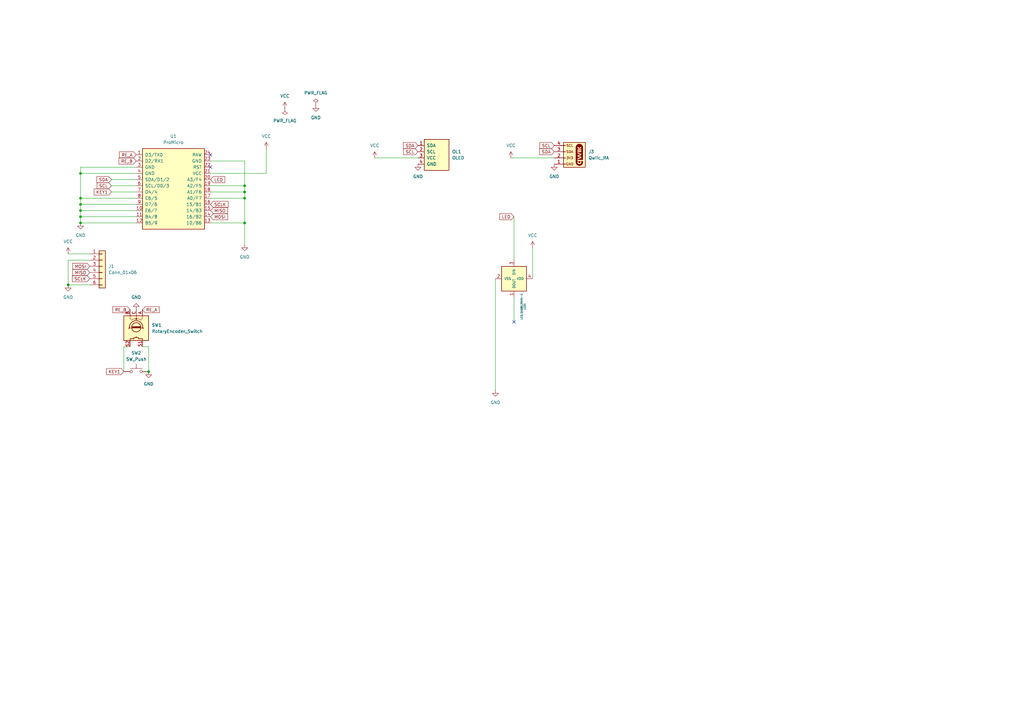
<source format=kicad_sch>
(kicad_sch (version 20250114) (generator "eeschema") (generator_version "9.0")
  (paper "A3")
  (lib_symbols
    (symbol "BrownSugar_KBD:OLED" (pin_names (offset 1.016))
      (property "Reference" "OL" (at 0 7.62 0))
      (property "Value" "OLED" (at 0 -7.62 0))
      (symbol "OLED_0_1"
        (rectangle (start -5.08 6.35) (end 5.08 -6.35) (stroke (width 0.254)) (fill (type background)))
      )
      (symbol "OLED_1_1"
        (pin bidirectional line (at -7.62 3.81 0) (length 2.54) (name "SDA") (number "1"))
        (pin bidirectional line (at -7.62 1.27 0) (length 2.54) (name "SCL") (number "2"))
        (pin power_in line (at -7.62 -1.27 0) (length 2.54) (name "VCC") (number "3"))
        (pin power_in line (at -7.62 -3.81 0) (length 2.54) (name "GND") (number "4"))
      )
    )
    (symbol "BrownSugar_KBD:ProMicro" (pin_names (offset 1.016))
      (property "Reference" "U" (at 0 17.78 0))
      (property "Value" "ProMicro" (at 0 -17.78 0))
      (symbol "ProMicro_0_1"
        (rectangle (start -12.7 16.51) (end 12.7 -16.51) (stroke (width 0.254)) (fill (type background)))
      )
      (symbol "ProMicro_1_1"
        (pin bidirectional line (at -15.24 13.97 0) (length 2.54) (name "D3/TX0") (number "1"))
        (pin bidirectional line (at -15.24 11.43 0) (length 2.54) (name "D2/RX1") (number "2"))
        (pin power_in line (at -15.24 8.89 0) (length 2.54) (name "GND") (number "3"))
        (pin power_in line (at -15.24 6.35 0) (length 2.54) (name "GND") (number "4"))
        (pin bidirectional line (at -15.24 3.81 0) (length 2.54) (name "SDA/D1/2") (number "5"))
        (pin bidirectional line (at -15.24 1.27 0) (length 2.54) (name "SCL/D0/3") (number "6"))
        (pin bidirectional line (at -15.24 -1.27 0) (length 2.54) (name "D4/4") (number "7"))
        (pin bidirectional line (at -15.24 -3.81 0) (length 2.54) (name "C6/5") (number "8"))
        (pin bidirectional line (at -15.24 -6.35 0) (length 2.54) (name "D7/6") (number "9"))
        (pin bidirectional line (at -15.24 -8.89 0) (length 2.54) (name "E6/7") (number "10"))
        (pin bidirectional line (at -15.24 -11.43 0) (length 2.54) (name "B4/8") (number "11"))
        (pin bidirectional line (at -15.24 -13.97 0) (length 2.54) (name "B5/9") (number "12"))
        (pin power_in line (at 15.24 13.97 180) (length 2.54) (name "RAW") (number "24"))
        (pin power_in line (at 15.24 11.43 180) (length 2.54) (name "GND") (number "23"))
        (pin input line (at 15.24 8.89 180) (length 2.54) (name "RST") (number "22"))
        (pin power_in line (at 15.24 6.35 180) (length 2.54) (name "VCC") (number "21"))
        (pin bidirectional line (at 15.24 3.81 180) (length 2.54) (name "A3/F4") (number "20"))
        (pin bidirectional line (at 15.24 1.27 180) (length 2.54) (name "A2/F5") (number "19"))
        (pin bidirectional line (at 15.24 -1.27 180) (length 2.54) (name "A1/F6") (number "18"))
        (pin bidirectional line (at 15.24 -3.81 180) (length 2.54) (name "A0/F7") (number "17"))
        (pin bidirectional line (at 15.24 -6.35 180) (length 2.54) (name "15/B1") (number "16"))
        (pin bidirectional line (at 15.24 -8.89 180) (length 2.54) (name "14/B3") (number "15"))
        (pin bidirectional line (at 15.24 -11.43 180) (length 2.54) (name "16/B2") (number "14"))
        (pin bidirectional line (at 15.24 -13.97 180) (length 2.54) (name "10/B6") (number "13"))
      )
    )
    (symbol "Connector_Generic:Conn_01x06" (pin_names (offset 1.016) (hide yes))
      (property "Reference" "J" (at 0 7.62 0))
      (property "Value" "Conn_01x06" (at 0 -10.16 0))
      (symbol "Conn_01x06_1_1"
        (rectangle (start -1.27 6.35) (end 1.27 -8.89) (stroke (width 0.254)) (fill (type background)))
        (rectangle (start -1.27 5.207) (end 0 4.953) (stroke (width 0.1524)))
        (rectangle (start -1.27 2.667) (end 0 2.413) (stroke (width 0.1524)))
        (rectangle (start -1.27 0.127) (end 0 -0.127) (stroke (width 0.1524)))
        (rectangle (start -1.27 -2.413) (end 0 -2.667) (stroke (width 0.1524)))
        (rectangle (start -1.27 -4.953) (end 0 -5.207) (stroke (width 0.1524)))
        (rectangle (start -1.27 -7.493) (end 0 -7.747) (stroke (width 0.1524)))
        (pin passive line (at -5.08 5.08 0) (length 3.81) (name "Pin_1") (number "1"))
        (pin passive line (at -5.08 2.54 0) (length 3.81) (name "Pin_2") (number "2"))
        (pin passive line (at -5.08 0 0) (length 3.81) (name "Pin_3") (number "3"))
        (pin passive line (at -5.08 -2.54 0) (length 3.81) (name "Pin_4") (number "4"))
        (pin passive line (at -5.08 -5.08 0) (length 3.81) (name "Pin_5") (number "5"))
        (pin passive line (at -5.08 -7.62 0) (length 3.81) (name "Pin_6") (number "6"))
      )
    )
    (symbol "Device:RotaryEncoder_Switch" (pin_names (offset 0.254) (hide yes))
      (property "Reference" "SW" (at 0 6.604 0))
      (property "Value" "RotaryEncoder_Switch" (at 0 -6.604 0))
      (symbol "RotaryEncoder_Switch_0_1"
        (rectangle (start -5.08 5.08) (end 5.08 -5.08) (stroke (width 0.254)) (fill (type background)))
        (polyline (pts (xy -5.08 2.54) (xy -3.81 2.54) (xy -3.81 2.032)))
        (polyline (pts (xy -5.08 0) (xy -3.81 0) (xy -3.81 -1.016) (xy -3.302 -2.032)))
        (polyline (pts (xy -5.08 -2.54) (xy -3.81 -2.54) (xy -3.81 -2.032)))
        (polyline (pts (xy -4.318 0) (xy -3.81 0) (xy -3.81 1.016) (xy -3.302 2.032)))
        (circle (center -3.81 0) (radius 0.254) (fill (type outline)))
        (polyline (pts (xy -0.635 -1.778) (xy -0.635 1.778)) (stroke (width 0.254)))
        (circle (center -0.381 0) (radius 1.905) (stroke (width 0.254)))
        (polyline (pts (xy -0.381 -1.778) (xy -0.381 1.778)) (stroke (width 0.254)))
        (arc (start -0.381 -2.794) (mid -3.0988 -0.0635) (end -0.381 2.667) (stroke (width 0.254)))
        (polyline (pts (xy -0.127 1.778) (xy -0.127 -1.778)) (stroke (width 0.254)))
        (polyline (pts (xy 0.254 2.921) (xy -0.508 2.667) (xy 0.127 2.286)) (stroke (width 0.254)))
        (polyline (pts (xy 0.254 -3.048) (xy -0.508 -2.794) (xy 0.127 -2.413)) (stroke (width 0.254)))
        (polyline (pts (xy 3.81 1.016) (xy 3.81 -1.016)) (stroke (width 0.254)))
        (polyline (pts (xy 3.81 0) (xy 3.429 0)) (stroke (width 0.254)))
        (circle (center 4.318 1.016) (radius 0.127) (stroke (width 0.254)))
        (circle (center 4.318 -1.016) (radius 0.127) (stroke (width 0.254)))
        (polyline (pts (xy 5.08 2.54) (xy 4.318 2.54) (xy 4.318 1.016)) (stroke (width 0.254)))
        (polyline (pts (xy 5.08 -2.54) (xy 4.318 -2.54) (xy 4.318 -1.016)) (stroke (width 0.254)))
      )
      (symbol "RotaryEncoder_Switch_1_1"
        (pin passive line (at -7.62 2.54 0) (length 2.54) (name "A") (number "A"))
        (pin passive line (at -7.62 0 0) (length 2.54) (name "C") (number "C"))
        (pin passive line (at -7.62 -2.54 0) (length 2.54) (name "B") (number "B"))
        (pin passive line (at 7.62 2.54 180) (length 2.54) (name "S1") (number "S1"))
        (pin passive line (at 7.62 -2.54 180) (length 2.54) (name "S2") (number "S2"))
      )
    )
    (symbol "Salicylic_kbd:LED_SK6812MINI-E" (pin_names (offset 1.016))
      (property "Reference" "LED" (at 5.08 -10.16 0))
      (property "Value" "LED_SK6812MINI-E" (at 8.89 -8.89 0))
      (symbol "LED_SK6812MINI-E_0_1"
        (rectangle (start -5.08 5.08) (end 5.08 -5.08) (stroke (width 0.254)) (fill (type background)))
      )
      (symbol "LED_SK6812MINI-E_1_1"
        (pin input line (at -7.62 0 0) (length 2.54) (name "DIN") (number "3"))
        (pin power_in line (at 0 7.62 270) (length 2.54) (name "VDD") (number "4"))
        (pin power_in line (at 0 -7.62 90) (length 2.54) (name "VSS") (number "2"))
        (pin output line (at 7.62 0 180) (length 2.54) (name "DOUT") (number "1"))
      )
    )
    (symbol "SparkFun-Connector:Qwiic_Right_Angle" (pin_names (offset 1.016) (hide yes))
      (property "Reference" "J" (at 0 5.08 0))
      (property "Value" "Qwiic_RA" (at 0 -7.62 0))
      (symbol "Qwiic_Right_Angle_0_0"
        (polyline (pts (xy 5.6514 -4.1459) (xy 5.6299 -4.0654) (xy 5.5924 -3.9985) (xy 5.5373 -3.9428) (xy 5.4632 -3.8962) (xy 5.4394 -3.8843) (xy 5.402 -3.8678) (xy 5.3681 -3.8578) (xy 5.3294 -3.8521) (xy 5.2774 -3.8485) (xy 5.2184 -3.8474) (xy 5.1227 -3.8564) (xy 5.0405 -3.8803) (xy 4.9695 -3.9199) (xy 4.9078 -3.9759) (xy 4.8937 -3.9923) (xy 4.8535 -4.0549) (xy 4.8308 -4.124) (xy 4.8237 -4.2048) (xy 4.8239 -4.222) (xy 4.8343 -4.3011) (xy 4.8608 -4.3692) (xy 4.9051 -4.4308) (xy 4.9328 -4.4589) (xy 5.0009 -4.509) (xy 5.0793 -4.5424) (xy 5.1699 -4.5595) (xy 5.2745 -4.5612) (xy 5.3262 -4.5564) (xy 5.4199 -4.5347) (xy 5.4992 -4.4971) (xy 5.5638 -4.444) (xy 5.6131 -4.3757) (xy 5.6467 -4.2926) (xy 5.65 -4.2788) (xy 5.656 -4.2325) (xy 5.6563 -4.1875) (xy 5.6514 -4.1459)) (stroke (width 0.01)) (fill (type outline)))
        (polyline (pts (xy 6.6693 -0.6791) (xy 6.666 1.9332) (xy 6.6418 2.0386) (xy 6.6301 2.0866) (xy 6.5791 2.2527) (xy 6.5141 2.404) (xy 6.4337 2.5432) (xy 6.3364 2.673) (xy 6.2208 2.7959) (xy 6.1699 2.8428) (xy 6.0305 2.9527) (xy 5.8839 3.0422) (xy 5.7295 3.1115) (xy 5.5668 3.1608) (xy 5.3953 3.1902) (xy 5.2146 3.1999) (xy 5.1695 3.1994) (xy 5.0056 3.1868) (xy 4.8507 3.1568) (xy 4.7006 3.1083) (xy 4.5508 3.0404) (xy 4.5104 3.0187) (xy 4.3609 2.9237) (xy 4.2262 2.8129) (xy 4.1067 2.6872) (xy 4.0032 2.5475) (xy 3.9162 2.3947) (xy 3.8466 2.2295) (xy 3.7947 2.0528) (xy 3.7931 2.0453) (xy 3.7912 2.0356) (xy 3.7895 2.0242) (xy 3.7879 2.0106) (xy 3.7864 1.9938) (xy 3.785 1.9733) (xy 3.7837 1.9481) (xy 3.7825 1.9176) (xy 3.7815 1.8811) (xy 3.7805 1.8377) (xy 3.7796 1.7868) (xy 3.7789 1.7275) (xy 3.7781 1.6592) (xy 3.7775 1.5811) (xy 3.777 1.4925) (xy 3.7765 1.3925) (xy 3.7761 1.2805) (xy 3.7757 1.1557) (xy 3.7754 1.0174) (xy 3.7751 0.8648) (xy 3.7749 0.6972) (xy 3.7748 0.5138) (xy 3.7746 0.3139) (xy 3.7745 0.0967) (xy 3.7745 -0.1385) (xy 3.7744 -0.3925) (xy 3.7744 -0.666) (xy 3.7744 -0.9597) (xy 3.7744 -1.2744) (xy 3.7744 -4.5147) (xy 3.8041 -4.6318) (xy 3.8237 -4.7026) (xy 3.8837 -4.868) (xy 3.9606 -5.0206) (xy 4.0556 -5.1623) (xy 4.1695 -5.2947) (xy 4.2945 -5.4115) (xy 4.4355 -5.5159) (xy 4.5859 -5.6007) (xy 4.7459 -5.6661) (xy 4.916 -5.7122) (xy 5.0965 -5.7394) (xy 5.2571 -5.7442) (xy 5.4226 -5.7293) (xy 5.5891 -5.6949) (xy 5.7533 -5.6416) (xy 5.8236 -5.6121) (xy 5.9729 -5.5329) (xy 6.1112 -5.4365) (xy 6.237 -5.3244) (xy 6.3494 -5.1984) (xy 6.4469 -5.0601) (xy 6.5284 -4.9112) (xy 6.5926 -4.7532) (xy 6.6384 -4.5879) (xy 6.6645 -4.4168) (xy 6.6652 -4.405) (xy 6.6664 -4.3703) (xy 6.6676 -4.3199) (xy 6.6687 -4.2572) (xy 6.6696 -4.1859) (xy 6.6703 -4.1097) (xy 6.6721 -3.846) (xy 6.2655 -3.846) (xy 5.8589 -3.846) (xy 5.9219 -3.9104) (xy 5.9349 -3.9241) (xy 6.0001 -4.0112) (xy 6.0471 -4.1097) (xy 6.0754 -4.2189) (xy 6.085 -4.338) (xy 6.0781 -4.4509) (xy 6.0523 -4.5755) (xy 6.0066 -4.6941) (xy 5.952 -4.7864) (xy 5.8765 -4.8752) (xy 5.7858 -4.9517) (xy 5.6826 -5.0132) (xy 5.6313 -5.0372) (xy 5.5644 -5.0638) (xy 5.4981 -5.0834) (xy 5.4249 -5.0981) (xy 5.3375 -5.1098) (xy 5.2452 -5.1158) (xy 5.122 -5.1113) (xy 5.0004 -5.0938) (xy 4.8864 -5.0641) (xy 4.7856 -5.0232) (xy 4.6831 -4.9619) (xy 4.5878 -4.8817) (xy 4.5089 -4.7878) (xy 4.4472 -4.6811) (xy 4.4036 -4.5627) (xy 4.4031 -4.5611) (xy 4.3912 -4.4987) (xy 4.3845 -4.4244) (xy 4.3831 -4.3446) (xy 4.3869 -4.2661) (xy 4.3957 -4.1956) (xy 4.4094 -4.1396) (xy 4.4322 -4.082) (xy 4.485 -3.9879) (xy 4.5552 -3.9031) (xy 4.6109 -3.846) (xy 4.5052 -3.846) (xy 4.3996 -3.846) (xy 4.3996 -3.5687) (xy 4.3996 -3.2914) (xy 4.405 -3.2914) (xy 4.405 -3.2023) (xy 4.4021 -2.9296) (xy 4.4018 -2.8964) (xy 4.4015 -2.8076) (xy 4.4023 -2.7393) (xy 4.4041 -2.6908) (xy 4.407 -2.6611) (xy 4.4111 -2.6495) (xy 4.4137 -2.6484) (xy 4.434 -2.6418) (xy 4.4723 -2.6298) (xy 4.5268 -2.6132) (xy 4.5954 -2.5924) (xy 4.6761 -2.5683) (xy 4.767 -2.5412) (xy 4.866 -2.5118) (xy 4.9713 -2.4808) (xy 5.0173 -2.4672) (xy 5.119 -2.4369) (xy 5.2131 -2.4086) (xy 5.2977 -2.3828) (xy 5.3709 -2.3601) (xy 5.4307 -2.3411) (xy 5.4753 -2.3264) (xy 5.5029 -2.3166) (xy 5.5114 -2.3123) (xy 5.505 -2.3098) (xy 5.4796 -2.3016) (xy 5.4371 -2.2885) (xy 5.3794 -2.2711) (xy 5.3088 -2.2502) (xy 5.2275 -2.2264) (xy 5.1375 -2.2002) (xy 5.0411 -2.1724) (xy 4.9851 -2.1562) (xy 4.8864 -2.1278) (xy 4.7926 -2.1007) (xy 4.7062 -2.0757) (xy 4.63 -2.0536) (xy 4.5666 -2.0351) (xy 4.5187 -2.0211) (xy 4.4891 -2.0123) (xy 4.3992 -1.9852) (xy 4.4021 -1.7229) (xy 4.405 -1.4606) (xy 4.5844 -1.4084) (xy 4.6163 -1.3992) (xy 4.7739 -1.3533) (xy 4.9121 -1.3131) (xy 5.0321 -1.278) (xy 5.1352 -1.2478) (xy 5.2224 -1.2221) (xy 5.2951 -1.2004) (xy 5.3545 -1.1824) (xy 5.4018 -1.1676) (xy 5.4382 -1.1558) (xy 5.465 -1.1465) (xy 5.4834 -1.1392) (xy 5.4945 -1.1338) (xy 5.4997 -1.1296) (xy 5.5001 -1.1264) (xy 5.497 -1.1238) (xy 5.4915 -1.1214) (xy 5.4896 -1.1207) (xy 5.4687 -1.114) (xy 5.4296 -1.1019) (xy 5.3743 -1.0851) (xy 5.3049 -1.0643) (xy 5.2237 -1.04) (xy 5.1326 -1.013) (xy 5.0339 -0.9838) (xy 4.9297 -0.9531) (xy 4.3996 -0.7973) (xy 4.3996 -0.533) (xy 4.3997 -0.479) (xy 4.4004 -0.4111) (xy 4.4015 -0.3532) (xy 4.4029 -0.3082) (xy 4.4047 -0.279) (xy 4.4066 -0.2687) (xy 4.409 -0.2694) (xy 4.4284 -0.2761) (xy 4.4661 -0.2895) (xy 4.5204 -0.309) (xy 4.5899 -0.3341) (xy 4.6729 -0.3642) (xy 4.7681 -0.3988) (xy 4.8737 -0.4372) (xy 4.9883 -0.479) (xy 5.1104 -0.5236) (xy 5.2384 -0.5703) (xy 6.0632 -0.872) (xy 6.0632 -0.1926) (xy 5.2314 -0.1926) (xy 4.3996 -0.1926) (xy 4.3996 0.0793) (xy 4.3996 0.3511) (xy 5.2314 0.3511) (xy 6.0632 0.3511) (xy 6.0632 0.4598) (xy 5.2314 0.4598) (xy 4.3996 0.4598) (xy 4.3996 0.7317) (xy 4.3996 1.0035) (xy 5.2314 1.0035) (xy 5.2368 1.0035) (xy 5.2368 1.1177) (xy 5.1465 1.1192) (xy 5.0667 1.1248) (xy 4.9975 1.1357) (xy 4.9332 1.1532) (xy 4.8683 1.1784) (xy 4.7971 1.2126) (xy 4.7662 1.2298) (xy 4.6808 1.2903) (xy 4.6008 1.3651) (xy 4.5314 1.4489) (xy 4.4781 1.5363) (xy 4.4686 1.5557) (xy 4.4306 1.6462) (xy 4.4052 1.7353) (xy 4.3905 1.8304) (xy 4.385 1.9386) (xy 4.3833 2.0745) (xy 4.6089 2.0775) (xy 4.8345 2.0804) (xy 4.8348 1.9959) (xy 4.8368 1.9483) (xy 4.8488 1.8858) (xy 4.8738 1.8316) (xy 4.9144 1.7788) (xy 4.9734 1.7289) (xy 5.0458 1.6921) (xy 5.1277 1.6689) (xy 5.215 1.6593) (xy 5.3038 1.6635) (xy 5.3902 1.6815) (xy 5.4702 1.7136) (xy 5.54 1.7597) (xy 5.5733 1.7923) (xy 5.6073 1.844) (xy 5.628 1.9066) (xy 5.6372 1.9843) (xy 5.6418 2.0804) (xy 5.8607 2.0775) (xy 6.0795 2.0745) (xy 6.0811 1.9712) (xy 6.0811 1.9207) (xy 6.0739 1.8134) (xy 6.0554 1.7157) (xy 6.024 1.6204) (xy 5.9781 1.5204) (xy 5.9341 1.4457) (xy 5.8571 1.3499) (xy 5.7651 1.2695) (xy 5.6591 1.2056) (xy 5.6251 1.1892) (xy 5.5646 1.1627) (xy 5.5097 1.1435) (xy 5.4549 1.1305) (xy 5.3948 1.1226) (xy 5.3239 1.1188) (xy 5.2368 1.1177) (xy 5.2368 1.0035) (xy 6.0632 1.0035) (xy 6.0632 0.7317) (xy 6.0632 0.4598) (xy 6.0632 0.3511) (xy 6.0632 0.0793) (xy 6.0632 -0.1926) (xy 6.0632 -0.872) (xy 6.0632 -1.1439) (xy 6.0632 -1.4158) (xy 5.552 -1.5728) (xy 5.5357 -1.5778) (xy 5.4361 -1.6086) (xy 5.3436 -1.6376) (xy 5.2603 -1.6641) (xy 5.1881 -1.6874) (xy 5.129 -1.707) (xy 5.0848 -1.7222) (xy 5.0575 -1.7324) (xy 5.0491 -1.7369) (xy 5.0493 -1.737) (xy 5.0624 -1.742) (xy 5.094 -1.7527) (xy 5.1423 -1.7684) (xy 5.2051 -1.7886) (xy 5.2803 -1.8124) (xy 5.3659 -1.8394) (xy 5.46 -1.8688) (xy 5.5603 -1.9) (xy 6.0632 -2.0559) (xy 6.063 -2.3284) (xy 6.0628 -2.601) (xy 5.2339 -2.9017) (xy 4.405 -3.2023) (xy 4.405 -3.2914) (xy 5.5361 -3.2914) (xy 6.6725 -3.2914) (xy 6.6693 -0.6791)) (stroke (width 0.01)) (fill (type outline)))
      )
      (symbol "Qwiic_Right_Angle_1_1"
        (rectangle (start -1.27 3.81) (end 7.62 -6.35) (stroke (width 0.254)) (fill (type background)))
        (rectangle (start -1.27 2.667) (end -0.508 2.413) (stroke (width 0.1524)))
        (rectangle (start -1.27 0.127) (end -0.508 -0.127) (stroke (width 0.1524)))
        (rectangle (start -1.27 -2.413) (end -0.508 -2.667) (stroke (width 0.1524)))
        (rectangle (start -1.27 -4.953) (end -0.508 -5.207) (stroke (width 0.1524)))
        (text "SCL" (at 1.27 2.54 0) (effects (font (size 1 1))))
        (text "SDA" (at 1.27 0 0) (effects (font (size 1 1))))
        (text "3V3" (at 1.27 -2.54 0) (effects (font (size 1 1))))
        (text "GND" (at 1.27 -5.08 0) (effects (font (size 1 1))))
        (pin passive line (at -5.08 2.54 0) (length 3.81) (name "Pin_4") (number "4"))
        (pin passive line (at -5.08 0 0) (length 3.81) (name "Pin_3") (number "3"))
        (pin passive line (at -5.08 -2.54 0) (length 3.81) (name "Pin_2") (number "2"))
        (pin passive line (at -5.08 -5.08 0) (length 3.81) (name "Pin_1") (number "1"))
        (pin no_connect line (at 5.08 3.81 270) (length 2.54) (hide yes) (name "NC") (number "NC1"))
        (pin no_connect line (at 6.35 3.81 270) (length 2.54) (hide yes) (name "NC") (number "NC2"))
      )
    )
    (symbol "Switch:SW_Push" (pin_numbers (hide yes)) (pin_names (offset 1.016) (hide yes))
      (property "Reference" "SW" (at 1.27 2.54 0))
      (property "Value" "SW_Push" (at 0 -1.524 0))
      (symbol "SW_Push_0_1"
        (circle (center -2.032 0) (radius 0.508))
        (polyline (pts (xy 0 1.27) (xy 0 3.048)))
        (circle (center 2.032 0) (radius 0.508))
        (polyline (pts (xy 2.54 1.27) (xy -2.54 1.27)))
        (pin passive line (at -5.08 0 0) (length 2.54) (name "1") (number "1"))
        (pin passive line (at 5.08 0 180) (length 2.54) (name "2") (number "2"))
      )
    )
    (symbol "power:GND" (power) (pin_numbers (hide yes)) (pin_names (offset 0) (hide yes))
      (property "Value" "GND" (at 0 -3.81 0))
      (symbol "GND_0_1"
        (polyline (pts (xy 0 0) (xy 0 -1.27) (xy 1.27 -1.27) (xy 0 -2.54) (xy -1.27 -1.27) (xy 0 -1.27)))
      )
      (symbol "GND_1_1"
        (pin power_in line (at 0 0 270) (length 0) (name "~") (number "1"))
      )
    )
    (symbol "power:PWR_FLAG" (power) (pin_numbers (hide yes)) (pin_names (offset 0) (hide yes))
      (property "Value" "PWR_FLAG" (at 0 3.81 0))
      (symbol "PWR_FLAG_0_0"
        (pin power_out line (at 0 0 90) (length 0) (name "~") (number "1"))
      )
      (symbol "PWR_FLAG_0_1"
        (polyline (pts (xy 0 0) (xy 0 1.27) (xy -1.016 1.905) (xy 0 2.54) (xy 1.016 1.905) (xy 0 1.27)))
      )
    )
    (symbol "power:VCC" (power) (pin_numbers (hide yes)) (pin_names (offset 0) (hide yes))
      (property "Value" "VCC" (at 0 3.556 0))
      (symbol "VCC_0_1"
        (polyline (pts (xy -0.762 1.27) (xy 0 2.54)))
        (polyline (pts (xy 0 2.54) (xy 0.762 1.27)))
        (polyline (pts (xy 0 0) (xy 0 2.54)))
      )
      (symbol "VCC_1_1"
        (pin power_in line (at 0 0 90) (length 0) (name "~") (number "1"))
      )
    )
  )
  (junction (at 33.02 81.28))
  (junction (at 33.02 71.12))
  (junction (at 100.33 76.2))
  (junction (at 60.96 152.4))
  (junction (at 33.02 86.36))
  (junction (at 33.02 91.44))
  (junction (at 27.94 116.84))
  (junction (at 33.02 88.9))
  (junction (at 100.33 91.44))
  (junction (at 33.02 83.82))
  (junction (at 100.33 81.28))
  (junction (at 100.33 78.74))
  (no_connect (at 210.82 132.08))
  (no_connect (at 86.36 63.5))
  (no_connect (at 86.36 68.58))
  (wire (pts (xy 86.36 78.74) (xy 100.33 78.74)))
  (wire (pts (xy 100.33 76.2) (xy 100.33 78.74)))
  (wire (pts (xy 33.02 71.12) (xy 33.02 81.28)))
  (wire (pts (xy 100.33 66.04) (xy 100.33 76.2)))
  (wire (pts (xy 27.94 104.14) (xy 36.83 104.14)))
  (wire (pts (xy 45.72 76.2) (xy 55.88 76.2)))
  (wire (pts (xy 86.36 66.04) (xy 100.33 66.04)))
  (wire (pts (xy 33.02 86.36) (xy 33.02 83.82)))
  (wire (pts (xy 33.02 71.12) (xy 55.88 71.12)))
  (wire (pts (xy 86.36 76.2) (xy 100.33 76.2)))
  (wire (pts (xy 33.02 88.9) (xy 33.02 86.36)))
  (wire (pts (xy 203.2 114.3) (xy 203.2 160.02)))
  (wire (pts (xy 33.02 81.28) (xy 55.88 81.28)))
  (wire (pts (xy 210.82 88.9) (xy 210.82 106.68)))
  (wire (pts (xy 50.8 152.4) (xy 50.8 142.24)))
  (wire (pts (xy 209.55 64.77) (xy 227.33 64.77)))
  (wire (pts (xy 60.96 142.24) (xy 60.96 152.4)))
  (wire (pts (xy 109.22 60.96) (xy 109.22 71.12)))
  (wire (pts (xy 218.44 101.6) (xy 218.44 114.3)))
  (wire (pts (xy 27.94 116.84) (xy 36.83 116.84)))
  (wire (pts (xy 27.94 106.68) (xy 27.94 116.84)))
  (wire (pts (xy 33.02 68.58) (xy 33.02 71.12)))
  (wire (pts (xy 33.02 88.9) (xy 55.88 88.9)))
  (wire (pts (xy 55.88 68.58) (xy 33.02 68.58)))
  (wire (pts (xy 45.72 78.74) (xy 55.88 78.74)))
  (wire (pts (xy 86.36 81.28) (xy 100.33 81.28)))
  (wire (pts (xy 153.67 64.77) (xy 171.45 64.77)))
  (wire (pts (xy 100.33 91.44) (xy 100.33 100.33)))
  (wire (pts (xy 58.42 142.24) (xy 60.96 142.24)))
  (wire (pts (xy 33.02 91.44) (xy 55.88 91.44)))
  (wire (pts (xy 100.33 78.74) (xy 100.33 81.28)))
  (wire (pts (xy 33.02 86.36) (xy 55.88 86.36)))
  (wire (pts (xy 36.83 106.68) (xy 27.94 106.68)))
  (wire (pts (xy 45.72 73.66) (xy 55.88 73.66)))
  (wire (pts (xy 86.36 91.44) (xy 100.33 91.44)))
  (wire (pts (xy 33.02 91.44) (xy 33.02 88.9)))
  (wire (pts (xy 33.02 83.82) (xy 55.88 83.82)))
  (wire (pts (xy 33.02 81.28) (xy 33.02 83.82)))
  (wire (pts (xy 210.82 121.92) (xy 210.82 132.08)))
  (wire (pts (xy 86.36 71.12) (xy 109.22 71.12)))
  (wire (pts (xy 100.33 81.28) (xy 100.33 91.44)))
  (wire (pts (xy 50.8 142.24) (xy 53.34 142.24)))
  (global_label "MOSI" (shape input) (at 36.83 109.22 180) (property "Intersheetrefs" "${INTERSHEET_REFS}" (effects (hide yes))))
  (global_label "RE_B" (shape input) (at 55.88 66.04 180) (property "Intersheetrefs" "${INTERSHEET_REFS}" (effects (hide yes))))
  (global_label "SCLK" (shape input) (at 36.83 114.3 180) (property "Intersheetrefs" "${INTERSHEET_REFS}" (effects (hide yes))))
  (global_label "LED" (shape input) (at 86.36 73.66 0) (property "Intersheetrefs" "${INTERSHEET_REFS}" (effects (hide yes))))
  (global_label "LED" (shape input) (at 210.82 88.9 180) (property "Intersheetrefs" "${INTERSHEET_REFS}" (effects (hide yes))))
  (global_label "MISO" (shape input) (at 86.36 86.36 0) (property "Intersheetrefs" "${INTERSHEET_REFS}" (effects (hide yes))))
  (global_label "MOSI" (shape input) (at 86.36 88.9 0) (property "Intersheetrefs" "${INTERSHEET_REFS}" (effects (hide yes))))
  (global_label "RE_B" (shape input) (at 53.34 127 180) (property "Intersheetrefs" "${INTERSHEET_REFS}" (effects (hide yes))))
  (global_label "SDA" (shape input) (at 171.45 59.69 180) (property "Intersheetrefs" "${INTERSHEET_REFS}" (effects (hide yes))))
  (global_label "SCL" (shape input) (at 171.45 62.23 180) (property "Intersheetrefs" "${INTERSHEET_REFS}" (effects (hide yes))))
  (global_label "SDA" (shape input) (at 227.33 62.23 180) (property "Intersheetrefs" "${INTERSHEET_REFS}" (effects (hide yes))))
  (global_label "SCL" (shape input) (at 227.33 59.69 180) (property "Intersheetrefs" "${INTERSHEET_REFS}" (effects (hide yes))))
  (global_label "KEY1" (shape input) (at 50.8 152.4 180) (property "Intersheetrefs" "${INTERSHEET_REFS}" (effects (hide yes))))
  (global_label "RE_A" (shape input) (at 55.88 63.5 180) (property "Intersheetrefs" "${INTERSHEET_REFS}" (effects (hide yes))))
  (global_label "RE_A" (shape input) (at 58.42 127 0) (property "Intersheetrefs" "${INTERSHEET_REFS}" (effects (hide yes))))
  (global_label "MISO" (shape input) (at 36.83 111.76 180) (property "Intersheetrefs" "${INTERSHEET_REFS}" (effects (hide yes))))
  (global_label "KEY1" (shape input) (at 45.72 78.74 180) (property "Intersheetrefs" "${INTERSHEET_REFS}" (effects (hide yes))))
  (global_label "SCL" (shape input) (at 45.72 76.2 180) (property "Intersheetrefs" "${INTERSHEET_REFS}" (effects (hide yes))))
  (global_label "SDA" (shape input) (at 45.72 73.66 180) (property "Intersheetrefs" "${INTERSHEET_REFS}" (effects (hide yes))))
  (global_label "SCLK" (shape input) (at 86.36 83.82 0) (property "Intersheetrefs" "${INTERSHEET_REFS}" (effects (hide yes))))
  (symbol (lib_id "BrownSugar_KBD:ProMicro") (at 71.12 77.47 0) (unit 1)
    (property "Reference" "U1" (at 71.12 55.88 0))
    (property "Value" "ProMicro" (at 71.12 58.42 0))
    (property "Footprint" "BrownSugar_KBD:ProMicro_r" (effects (hide yes)))
  )
  (symbol (lib_id "power:GND") (at 227.33 67.31 0) (unit 1)
    (property "Reference" "#PWR07" (effects (hide yes)))
    (property "Value" "GND" (at 227.33 72.39 0))
    (property "Description" "Power symbol creates a global label with name \"GND\" , ground" (effects (hide yes)))
  )
  (symbol (lib_id "SparkFun-Connector:Qwiic_Right_Angle") (at 232.41 62.23 0) (unit 1)
    (property "Reference" "J3" (at 241.3 62.2299 0) (effects (justify left)))
    (property "Value" "Qwiic_RA" (at 241.3 64.7699 0) (effects (justify left)))
    (property "Footprint" "SparkFun-Connector:JST_SMD_1.0mm-4_Black" (effects (hide yes)))
    (property "Datasheet" "https://www.jst-mfg.com/product/pdf/eng/eSH.pdf" (effects (hide yes)))
    (property "Description" "4 pin JST 1mm polarized connector for I2C" (effects (hide yes)))
    (property "PROD_ID" "CONN-13694" (effects (hide yes)))
  )
  (symbol (lib_id "Salicylic_kbd:LED_SK6812MINI-E") (at 210.82 114.3 270) (unit 1)
    (property "Reference" "LED1" (at 215.2335 125.73 0) (effects (font (size 0.7366 0.7366))))
    (property "Value" "LED_SK6812MINI-E" (at 213.9635 125.73 0) (effects (font (size 0.7366 0.7366))))
    (property "Footprint" "kbd_Parts:LED_SK6812MINI-E_UG" (effects (hide yes)))
  )
  (symbol (lib_id "power:GND") (at 129.54 43.18 0) (unit 1)
    (property "Reference" "#PWR06" (effects (hide yes)))
    (property "Value" "GND" (at 129.54 48.26 0))
    (property "Description" "Power symbol creates a global label with name \"GND\" , ground" (effects (hide yes)))
  )
  (symbol (lib_id "power:GND") (at 60.96 152.4 0) (unit 1)
    (property "Reference" "#PWR013" (effects (hide yes)))
    (property "Value" "GND" (at 60.96 157.48 0))
    (property "Description" "Power symbol creates a global label with name \"GND\" , ground" (effects (hide yes)))
  )
  (symbol (lib_id "power:VCC") (at 116.84 44.45 0) (unit 1)
    (property "Reference" "#PWR05" (effects (hide yes)))
    (property "Value" "VCC" (at 116.84 39.37 0))
    (property "Description" "Power symbol creates a global label with name \"VCC\"" (effects (hide yes)))
  )
  (symbol (lib_id "power:GND") (at 55.88 127 180) (unit 1)
    (property "Reference" "#PWR015" (effects (hide yes)))
    (property "Value" "GND" (at 55.88 121.92 0))
    (property "Description" "Power symbol creates a global label with name \"GND\" , ground" (effects (hide yes)))
  )
  (symbol (lib_id "Switch:SW_Push") (at 55.88 152.4 0) (unit 1)
    (property "Reference" "SW2" (at 55.88 144.78 0))
    (property "Value" "SW_Push" (at 55.88 147.32 0))
    (property "Footprint" "kbd_SW:CherryMX_Solder_1u" (effects (hide yes)))
    (property "Description" "Push button switch, generic, two pins" (effects (hide yes)))
  )
  (symbol (lib_id "Device:RotaryEncoder_Switch") (at 55.88 134.62 270) (unit 1)
    (property "Reference" "SW1" (at 62.23 133.3499 90) (effects (justify left)))
    (property "Value" "RotaryEncoder_Switch" (at 62.23 135.8899 90) (effects (justify left)))
    (property "Footprint" "BrownSugar_KBD:RotaryEncoder_EC11-Switch" (effects (hide yes)))
    (property "Description" "Rotary encoder, dual channel, incremental quadrate outputs, with switch" (effects (hide yes)))
  )
  (symbol (lib_id "power:VCC") (at 109.22 60.96 0) (unit 1)
    (property "Reference" "#PWR04" (effects (hide yes)))
    (property "Value" "VCC" (at 109.22 55.88 0))
    (property "Description" "Power symbol creates a global label with name \"VCC\"" (effects (hide yes)))
  )
  (symbol (lib_id "Connector_Generic:Conn_01x06") (at 41.91 109.22 0) (unit 1)
    (property "Reference" "J1" (at 44.45 109.2199 0) (effects (justify left)))
    (property "Value" "Conn_01x06" (at 44.45 111.7599 0) (effects (justify left)))
    (property "Footprint" "Connector_PinHeader_2.54mm:PinHeader_1x06_P2.54mm_Horizontal" (effects (hide yes)))
    (property "Description" "Generic connector, single row, 01x06, script generated (kicad-library-utils/schlib/autogen/connector/)" (effects (hide yes)))
  )
  (symbol (lib_id "power:VCC") (at 27.94 104.14 0) (unit 1)
    (property "Reference" "#PWR014" (effects (hide yes)))
    (property "Value" "VCC" (at 27.94 99.06 0))
    (property "Description" "Power symbol creates a global label with name \"VCC\"" (effects (hide yes)))
  )
  (symbol (lib_id "power:PWR_FLAG") (at 116.84 44.45 180) (unit 1)
    (property "Reference" "#FLG01" (effects (hide yes)))
    (property "Value" "PWR_FLAG" (at 116.84 49.53 0))
    (property "Description" "Special symbol for telling ERC where power comes from" (effects (hide yes)))
  )
  (symbol (lib_id "power:GND") (at 171.45 67.31 0) (unit 1)
    (property "Reference" "#PWR09" (effects (hide yes)))
    (property "Value" "GND" (at 171.45 72.39 0))
    (property "Description" "Power symbol creates a global label with name \"GND\" , ground" (effects (hide yes)))
  )
  (symbol (lib_id "power:PWR_FLAG") (at 129.54 43.18 0) (unit 1)
    (property "Reference" "#FLG02" (effects (hide yes)))
    (property "Value" "PWR_FLAG" (at 129.54 38.1 0))
    (property "Description" "Special symbol for telling ERC where power comes from" (effects (hide yes)))
  )
  (symbol (lib_id "power:GND") (at 203.2 160.02 0) (unit 1)
    (property "Reference" "#PWR010" (effects (hide yes)))
    (property "Value" "GND" (at 203.2 165.1 0))
    (property "Description" "Power symbol creates a global label with name \"GND\" , ground" (effects (hide yes)))
  )
  (symbol (lib_id "power:VCC") (at 209.55 64.77 0) (unit 1)
    (property "Reference" "#PWR012" (effects (hide yes)))
    (property "Value" "VCC" (at 209.55 59.69 0))
    (property "Description" "Power symbol creates a global label with name \"VCC\"" (effects (hide yes)))
  )
  (symbol (lib_id "power:GND") (at 27.94 116.84 0) (unit 1)
    (property "Reference" "#PWR01" (effects (hide yes)))
    (property "Value" "GND" (at 27.94 121.92 0))
    (property "Description" "Power symbol creates a global label with name \"GND\" , ground" (effects (hide yes)))
  )
  (symbol (lib_id "power:VCC") (at 218.44 101.6 0) (unit 1)
    (property "Reference" "#PWR011" (effects (hide yes)))
    (property "Value" "VCC" (at 218.44 96.52 0))
    (property "Description" "Power symbol creates a global label with name \"VCC\"" (effects (hide yes)))
  )
  (symbol (lib_id "power:GND") (at 100.33 100.33 0) (unit 1)
    (property "Reference" "#PWR02" (effects (hide yes)))
    (property "Value" "GND" (at 100.33 105.41 0))
    (property "Description" "Power symbol creates a global label with name \"GND\" , ground" (effects (hide yes)))
  )
  (symbol (lib_id "BrownSugar_KBD:OLED") (at 179.07 63.5 0) (unit 1)
    (property "Reference" "OL1" (at 185.42 62.2299 0) (effects (justify left)))
    (property "Value" "OLED" (at 185.42 64.7699 0) (effects (justify left)))
    (property "Footprint" "BrownSugar_KBD:OLED_center_display" (effects (hide yes)))
  )
  (symbol (lib_id "power:VCC") (at 153.67 64.77 0) (unit 1)
    (property "Reference" "#PWR08" (effects (hide yes)))
    (property "Value" "VCC" (at 153.67 59.69 0))
    (property "Description" "Power symbol creates a global label with name \"VCC\"" (effects (hide yes)))
  )
  (symbol (lib_id "power:GND") (at 33.02 91.44 0) (unit 1)
    (property "Reference" "#PWR03" (effects (hide yes)))
    (property "Value" "GND" (at 33.02 96.52 0))
    (property "Description" "Power symbol creates a global label with name \"GND\" , ground" (effects (hide yes)))
  )
)
</source>
